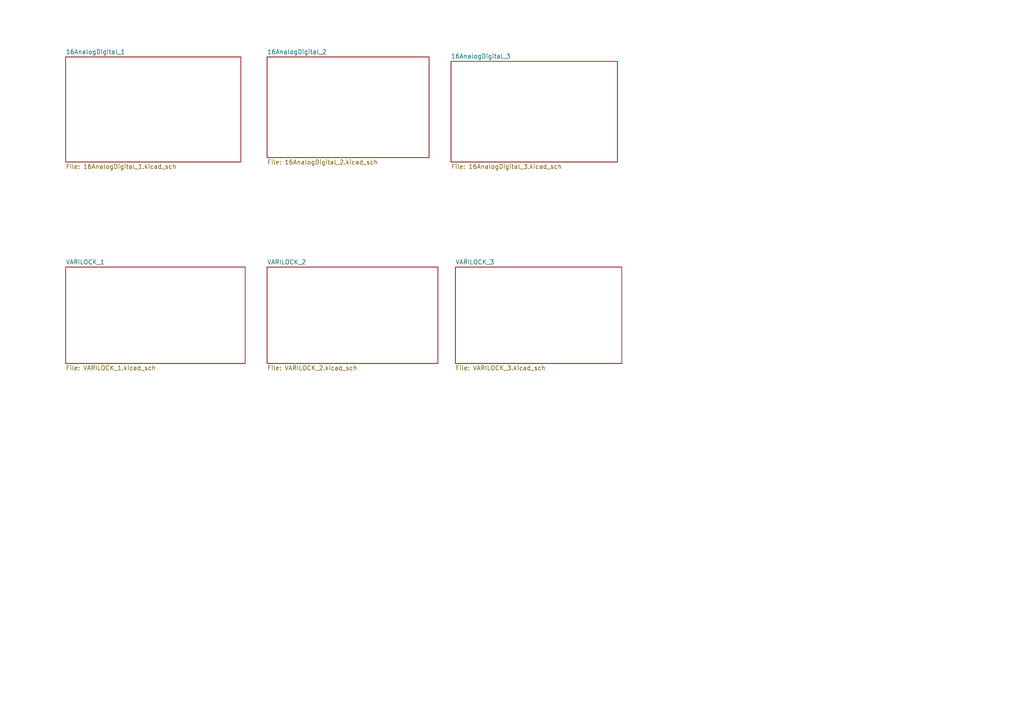
<source format=kicad_sch>
(kicad_sch
	(version 20231120)
	(generator "eeschema")
	(generator_version "8.0")
	(uuid "e3d578e7-94a6-4d8d-b835-d46e82e426fe")
	(paper "A4")
	(lib_symbols)
	(sheet
		(at 77.47 77.47)
		(size 49.53 27.94)
		(fields_autoplaced yes)
		(stroke
			(width 0.1524)
			(type solid)
		)
		(fill
			(color 0 0 0 0.0000)
		)
		(uuid "0e3c5f38-2207-47b5-a3ed-deb725cb7dfd")
		(property "Sheetname" "VARILOCK_2"
			(at 77.47 76.7584 0)
			(effects
				(font
					(size 1.27 1.27)
				)
				(justify left bottom)
			)
		)
		(property "Sheetfile" "VARILOCK_2.kicad_sch"
			(at 77.47 105.9946 0)
			(effects
				(font
					(size 1.27 1.27)
				)
				(justify left top)
			)
		)
		(instances
			(project "MFOS SEQ"
				(path "/e3d578e7-94a6-4d8d-b835-d46e82e426fe"
					(page "6")
				)
			)
		)
	)
	(sheet
		(at 19.05 77.47)
		(size 52.07 27.94)
		(fields_autoplaced yes)
		(stroke
			(width 0.1524)
			(type solid)
		)
		(fill
			(color 0 0 0 0.0000)
		)
		(uuid "12a10d90-ae80-4d44-a171-d2089bbba403")
		(property "Sheetname" "VARILOCK_1"
			(at 19.05 76.7584 0)
			(effects
				(font
					(size 1.27 1.27)
				)
				(justify left bottom)
			)
		)
		(property "Sheetfile" "VARILOCK_1.kicad_sch"
			(at 19.05 105.9946 0)
			(effects
				(font
					(size 1.27 1.27)
				)
				(justify left top)
			)
		)
		(instances
			(project "MFOS SEQ"
				(path "/e3d578e7-94a6-4d8d-b835-d46e82e426fe"
					(page "5")
				)
			)
		)
	)
	(sheet
		(at 130.81 17.78)
		(size 48.26 29.21)
		(fields_autoplaced yes)
		(stroke
			(width 0.1524)
			(type solid)
		)
		(fill
			(color 0 0 0 0.0000)
		)
		(uuid "1735c2ec-c488-461e-add5-959e339849fb")
		(property "Sheetname" "16AnalogDigital_3"
			(at 130.81 17.0684 0)
			(effects
				(font
					(size 1.27 1.27)
				)
				(justify left bottom)
			)
		)
		(property "Sheetfile" "16AnalogDigital_3.kicad_sch"
			(at 130.81 47.5746 0)
			(effects
				(font
					(size 1.27 1.27)
				)
				(justify left top)
			)
		)
		(instances
			(project "MFOS SEQ"
				(path "/e3d578e7-94a6-4d8d-b835-d46e82e426fe"
					(page "4")
				)
			)
		)
	)
	(sheet
		(at 132.08 77.47)
		(size 48.26 27.94)
		(fields_autoplaced yes)
		(stroke
			(width 0.1524)
			(type solid)
		)
		(fill
			(color 0 0 0 0.0000)
		)
		(uuid "b01944ef-0fb3-46b4-8735-64330afa4a5e")
		(property "Sheetname" "VARILOCK_3"
			(at 132.08 76.7584 0)
			(effects
				(font
					(size 1.27 1.27)
				)
				(justify left bottom)
			)
		)
		(property "Sheetfile" "VARILOCK_3.kicad_sch"
			(at 132.08 105.9946 0)
			(effects
				(font
					(size 1.27 1.27)
				)
				(justify left top)
			)
		)
		(instances
			(project "MFOS SEQ"
				(path "/e3d578e7-94a6-4d8d-b835-d46e82e426fe"
					(page "7")
				)
			)
		)
	)
	(sheet
		(at 77.47 16.51)
		(size 46.99 29.21)
		(fields_autoplaced yes)
		(stroke
			(width 0.1524)
			(type solid)
		)
		(fill
			(color 0 0 0 0.0000)
		)
		(uuid "d76f2af1-db11-4b34-a05a-4801ba820d39")
		(property "Sheetname" "16AnalogDigital_2"
			(at 77.47 15.7984 0)
			(effects
				(font
					(size 1.27 1.27)
				)
				(justify left bottom)
			)
		)
		(property "Sheetfile" "16AnalogDigital_2.kicad_sch"
			(at 77.47 46.3046 0)
			(effects
				(font
					(size 1.27 1.27)
				)
				(justify left top)
			)
		)
		(instances
			(project "MFOS SEQ"
				(path "/e3d578e7-94a6-4d8d-b835-d46e82e426fe"
					(page "3")
				)
			)
		)
	)
	(sheet
		(at 19.05 16.51)
		(size 50.8 30.48)
		(fields_autoplaced yes)
		(stroke
			(width 0.1524)
			(type solid)
		)
		(fill
			(color 0 0 0 0.0000)
		)
		(uuid "ed2d6ffc-1031-4768-be85-94c1746075c3")
		(property "Sheetname" "16AnalogDigital_1"
			(at 19.05 15.7984 0)
			(effects
				(font
					(size 1.27 1.27)
				)
				(justify left bottom)
			)
		)
		(property "Sheetfile" "16AnalogDigital_1.kicad_sch"
			(at 19.05 47.5746 0)
			(effects
				(font
					(size 1.27 1.27)
				)
				(justify left top)
			)
		)
		(instances
			(project "MFOS SEQ"
				(path "/e3d578e7-94a6-4d8d-b835-d46e82e426fe"
					(page "2")
				)
			)
		)
	)
	(sheet_instances
		(path "/"
			(page "1")
		)
	)
)

</source>
